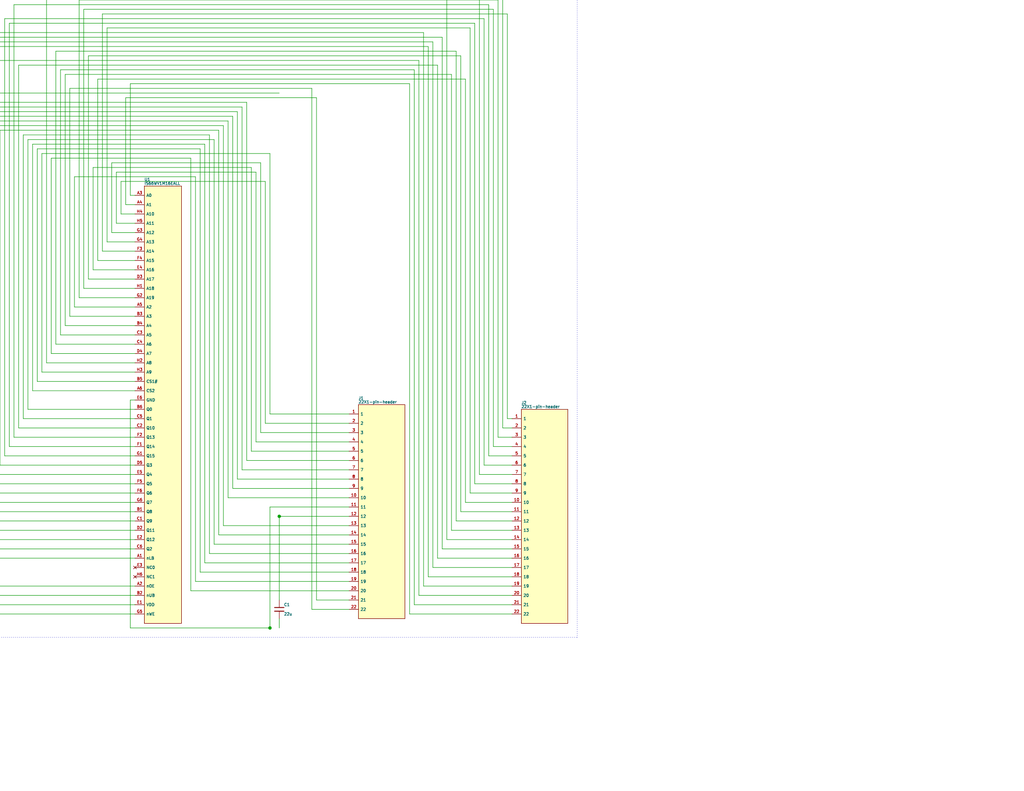
<source format=kicad_sch>
(kicad_sch (version 20230121) (generator jitx)
  (paper "A")
  (lib_symbols
    (symbol "capacitor_sym"
      (property "Reference" "U" (at 1.27 1.27 0.0))
      (property "Value" "capacitor_sym" (at 1.27 -1.27 0.0))
      (symbol "capacitor_sym_1_0"
        (pin unspecified line (at 0.0 2.54 270) (length 0.0) (name "1") (number "~"))
        (pin unspecified line (at 0.0 -2.54 90) (length 0.0) (name "2") (number "~"))
        (polyline (pts (xy 0.0 2.54) (xy 0.0 0.508)) (stroke (width 0.127)))
        (polyline (pts (xy -1.27 0.508) (xy 1.27 0.508)) (stroke (width 0.254)))
        (polyline (pts (xy 0.0 -0.508) (xy 0.0 -2.54)) (stroke (width 0.127)))
        (polyline (pts (xy -1.27 -0.508) (xy 1.27 -0.508)) (stroke (width 0.254)))
      )
    )
    (symbol "box_symbol_46L_0R_0T_0B"
      (property "Reference" "U" (at -5.08 61.052 0.0))
      (property "Value" "box_symbol_46L_0R_0T_0B" (at -5.08 59.99 0.0))
      (symbol "box_symbol_46L_0R_0T_0B_1_0"
        (pin unspecified line (at -7.62 57.15 0) (length 2.54) (name "L0") (number "~"))
        (pin unspecified line (at -7.62 54.61 0) (length 2.54) (name "L1") (number "~"))
        (pin unspecified line (at -7.62 52.07 0) (length 2.54) (name "L2") (number "~"))
        (pin unspecified line (at -7.62 49.53 0) (length 2.54) (name "L3") (number "~"))
        (pin unspecified line (at -7.62 46.99 0) (length 2.54) (name "L4") (number "~"))
        (pin unspecified line (at -7.62 44.45 0) (length 2.54) (name "L5") (number "~"))
        (pin unspecified line (at -7.62 41.91 0) (length 2.54) (name "L6") (number "~"))
        (pin unspecified line (at -7.62 39.37 0) (length 2.54) (name "L7") (number "~"))
        (pin unspecified line (at -7.62 36.83 0) (length 2.54) (name "L8") (number "~"))
        (pin unspecified line (at -7.62 34.29 0) (length 2.54) (name "L9") (number "~"))
        (pin unspecified line (at -7.62 31.75 0) (length 2.54) (name "L10") (number "~"))
        (pin unspecified line (at -7.62 29.21 0) (length 2.54) (name "L11") (number "~"))
        (pin unspecified line (at -7.62 26.67 0) (length 2.54) (name "L12") (number "~"))
        (pin unspecified line (at -7.62 24.13 0) (length 2.54) (name "L13") (number "~"))
        (pin unspecified line (at -7.62 21.59 0) (length 2.54) (name "L14") (number "~"))
        (pin unspecified line (at -7.62 19.05 0) (length 2.54) (name "L15") (number "~"))
        (pin unspecified line (at -7.62 16.51 0) (length 2.54) (name "L16") (number "~"))
        (pin unspecified line (at -7.62 13.97 0) (length 2.54) (name "L17") (number "~"))
        (pin unspecified line (at -7.62 11.43 0) (length 2.54) (name "L18") (number "~"))
        (pin unspecified line (at -7.62 8.89 0) (length 2.54) (name "L19") (number "~"))
        (pin unspecified line (at -7.62 6.35 0) (length 2.54) (name "L20") (number "~"))
        (pin unspecified line (at -7.62 3.81 0) (length 2.54) (name "L21") (number "~"))
        (pin unspecified line (at -7.62 1.27 0) (length 2.54) (name "L22") (number "~"))
        (pin unspecified line (at -7.62 -1.27 0) (length 2.54) (name "L23") (number "~"))
        (pin unspecified line (at -7.62 -3.81 0) (length 2.54) (name "L24") (number "~"))
        (pin unspecified line (at -7.62 -6.35 0) (length 2.54) (name "L25") (number "~"))
        (pin unspecified line (at -7.62 -8.89 0) (length 2.54) (name "L26") (number "~"))
        (pin unspecified line (at -7.62 -11.43 0) (length 2.54) (name "L27") (number "~"))
        (pin unspecified line (at -7.62 -13.97 0) (length 2.54) (name "L28") (number "~"))
        (pin unspecified line (at -7.62 -16.51 0) (length 2.54) (name "L29") (number "~"))
        (pin unspecified line (at -7.62 -19.05 0) (length 2.54) (name "L30") (number "~"))
        (pin unspecified line (at -7.62 -21.59 0) (length 2.54) (name "L31") (number "~"))
        (pin unspecified line (at -7.62 -24.13 0) (length 2.54) (name "L32") (number "~"))
        (pin unspecified line (at -7.62 -26.67 0) (length 2.54) (name "L33") (number "~"))
        (pin unspecified line (at -7.62 -29.21 0) (length 2.54) (name "L34") (number "~"))
        (pin unspecified line (at -7.62 -31.75 0) (length 2.54) (name "L35") (number "~"))
        (pin unspecified line (at -7.62 -34.29 0) (length 2.54) (name "L36") (number "~"))
        (pin unspecified line (at -7.62 -36.83 0) (length 2.54) (name "L37") (number "~"))
        (pin unspecified line (at -7.62 -39.37 0) (length 2.54) (name "L38") (number "~"))
        (pin unspecified line (at -7.62 -41.91 0) (length 2.54) (name "L39") (number "~"))
        (pin unspecified line (at -7.62 -44.45 0) (length 2.54) (name "L40") (number "~"))
        (pin unspecified line (at -7.62 -46.99 0) (length 2.54) (name "L41") (number "~"))
        (pin unspecified line (at -7.62 -49.53 0) (length 2.54) (name "L42") (number "~"))
        (pin unspecified line (at -7.62 -52.07 0) (length 2.54) (name "L43") (number "~"))
        (pin unspecified line (at -7.62 -54.61 0) (length 2.54) (name "L44") (number "~"))
        (pin unspecified line (at -7.62 -57.15 0) (length 2.54) (name "L45") (number "~"))
        (rectangle (start -5.08 -59.69) (end 5.08 59.69) (stroke (width 0.0)) (fill (type background)))
      )
    )
    (symbol "box_symbol_22L_0R_0T_0B"
      (property "Reference" "U" (at -6.35 30.572 0.0))
      (property "Value" "box_symbol_22L_0R_0T_0B" (at -6.35 29.51 0.0))
      (symbol "box_symbol_22L_0R_0T_0B_1_0"
        (pin unspecified line (at -8.89 26.67 0) (length 2.54) (name "L0") (number "~"))
        (pin unspecified line (at -8.89 24.13 0) (length 2.54) (name "L1") (number "~"))
        (pin unspecified line (at -8.89 21.59 0) (length 2.54) (name "L2") (number "~"))
        (pin unspecified line (at -8.89 19.05 0) (length 2.54) (name "L3") (number "~"))
        (pin unspecified line (at -8.89 16.51 0) (length 2.54) (name "L4") (number "~"))
        (pin unspecified line (at -8.89 13.97 0) (length 2.54) (name "L5") (number "~"))
        (pin unspecified line (at -8.89 11.43 0) (length 2.54) (name "L6") (number "~"))
        (pin unspecified line (at -8.89 8.89 0) (length 2.54) (name "L7") (number "~"))
        (pin unspecified line (at -8.89 6.35 0) (length 2.54) (name "L8") (number "~"))
        (pin unspecified line (at -8.89 3.81 0) (length 2.54) (name "L9") (number "~"))
        (pin unspecified line (at -8.89 1.27 0) (length 2.54) (name "L10") (number "~"))
        (pin unspecified line (at -8.89 -1.27 0) (length 2.54) (name "L11") (number "~"))
        (pin unspecified line (at -8.89 -3.81 0) (length 2.54) (name "L12") (number "~"))
        (pin unspecified line (at -8.89 -6.35 0) (length 2.54) (name "L13") (number "~"))
        (pin unspecified line (at -8.89 -8.89 0) (length 2.54) (name "L14") (number "~"))
        (pin unspecified line (at -8.89 -11.43 0) (length 2.54) (name "L15") (number "~"))
        (pin unspecified line (at -8.89 -13.97 0) (length 2.54) (name "L16") (number "~"))
        (pin unspecified line (at -8.89 -16.51 0) (length 2.54) (name "L17") (number "~"))
        (pin unspecified line (at -8.89 -19.05 0) (length 2.54) (name "L18") (number "~"))
        (pin unspecified line (at -8.89 -21.59 0) (length 2.54) (name "L19") (number "~"))
        (pin unspecified line (at -8.89 -24.13 0) (length 2.54) (name "L20") (number "~"))
        (pin unspecified line (at -8.89 -26.67 0) (length 2.54) (name "L21") (number "~"))
        (rectangle (start -6.35 -29.21) (end 6.35 29.21) (stroke (width 0.0)) (fill (type background)))
      )
    )
    (symbol "pin_header"
      (property "Reference" "J" (at -6.35 30.572 0.0))
      (property "Value" "pin_header" (at -6.35 29.51 0.0))
      (symbol "pin_header_1_0"
        (pin unspecified line (at -8.89 26.67 0) (length 2.54) (name "1") (number "1"))
        (pin unspecified line (at -8.89 24.13 0) (length 2.54) (name "2") (number "2"))
        (pin unspecified line (at -8.89 21.59 0) (length 2.54) (name "3") (number "3"))
        (pin unspecified line (at -8.89 19.05 0) (length 2.54) (name "4") (number "4"))
        (pin unspecified line (at -8.89 16.51 0) (length 2.54) (name "5") (number "5"))
        (pin unspecified line (at -8.89 13.97 0) (length 2.54) (name "6") (number "6"))
        (pin unspecified line (at -8.89 11.43 0) (length 2.54) (name "7") (number "7"))
        (pin unspecified line (at -8.89 8.89 0) (length 2.54) (name "8") (number "8"))
        (pin unspecified line (at -8.89 6.35 0) (length 2.54) (name "9") (number "9"))
        (pin unspecified line (at -8.89 3.81 0) (length 2.54) (name "10") (number "10"))
        (pin unspecified line (at -8.89 1.27 0) (length 2.54) (name "11") (number "11"))
        (pin unspecified line (at -8.89 -1.27 0) (length 2.54) (name "12") (number "12"))
        (pin unspecified line (at -8.89 -3.81 0) (length 2.54) (name "13") (number "13"))
        (pin unspecified line (at -8.89 -6.35 0) (length 2.54) (name "14") (number "14"))
        (pin unspecified line (at -8.89 -8.89 0) (length 2.54) (name "15") (number "15"))
        (pin unspecified line (at -8.89 -11.43 0) (length 2.54) (name "16") (number "16"))
        (pin unspecified line (at -8.89 -13.97 0) (length 2.54) (name "17") (number "17"))
        (pin unspecified line (at -8.89 -16.51 0) (length 2.54) (name "18") (number "18"))
        (pin unspecified line (at -8.89 -19.05 0) (length 2.54) (name "19") (number "19"))
        (pin unspecified line (at -8.89 -21.59 0) (length 2.54) (name "20") (number "20"))
        (pin unspecified line (at -8.89 -24.13 0) (length 2.54) (name "21") (number "21"))
        (pin unspecified line (at -8.89 -26.67 0) (length 2.54) (name "22") (number "22"))
        (rectangle (start -6.35 -29.21) (end 6.35 29.21) (stroke (width 0.0)) (fill (type background)))
      )
    )
    (symbol "component"
      (property "Reference" "U" (at -5.08 61.052 0.0))
      (property "Value" "component" (at -5.08 59.99 0.0))
      (symbol "component_1_0"
        (pin unspecified line (at -7.62 57.15 0) (length 2.54) (name "A0") (number "A3"))
        (pin unspecified line (at -7.62 54.61 0) (length 2.54) (name "A1") (number "A4"))
        (pin unspecified line (at -7.62 52.07 0) (length 2.54) (name "A10") (number "H4"))
        (pin unspecified line (at -7.62 49.53 0) (length 2.54) (name "A11") (number "H5"))
        (pin unspecified line (at -7.62 46.99 0) (length 2.54) (name "A12") (number "G3"))
        (pin unspecified line (at -7.62 44.45 0) (length 2.54) (name "A13") (number "G4"))
        (pin unspecified line (at -7.62 41.91 0) (length 2.54) (name "A14") (number "F3"))
        (pin unspecified line (at -7.62 39.37 0) (length 2.54) (name "A15") (number "F4"))
        (pin unspecified line (at -7.62 36.83 0) (length 2.54) (name "A16") (number "E4"))
        (pin unspecified line (at -7.62 34.29 0) (length 2.54) (name "A17") (number "D3"))
        (pin unspecified line (at -7.62 31.75 0) (length 2.54) (name "A18") (number "H1"))
        (pin unspecified line (at -7.62 29.21 0) (length 2.54) (name "A19") (number "G2"))
        (pin unspecified line (at -7.62 26.67 0) (length 2.54) (name "A2") (number "A5"))
        (pin unspecified line (at -7.62 24.13 0) (length 2.54) (name "A3") (number "B3"))
        (pin unspecified line (at -7.62 21.59 0) (length 2.54) (name "A4") (number "B4"))
        (pin unspecified line (at -7.62 19.05 0) (length 2.54) (name "A5") (number "C3"))
        (pin unspecified line (at -7.62 16.51 0) (length 2.54) (name "A6") (number "C4"))
        (pin unspecified line (at -7.62 13.97 0) (length 2.54) (name "A7") (number "D4"))
        (pin unspecified line (at -7.62 11.43 0) (length 2.54) (name "A8") (number "H2"))
        (pin unspecified line (at -7.62 8.89 0) (length 2.54) (name "A9") (number "H3"))
        (pin unspecified line (at -7.62 6.35 0) (length 2.54) (name "CS1#") (number "B5"))
        (pin unspecified line (at -7.62 3.81 0) (length 2.54) (name "CS2") (number "A6"))
        (pin unspecified line (at -7.62 1.27 0) (length 2.54) (name "GND") (number "E6"))
        (pin unspecified line (at -7.62 1.27 0) (length 0.0) (name "GND") (number "D1"))
        (pin unspecified line (at -7.62 -1.27 0) (length 2.54) (name "Q0") (number "B6"))
        (pin unspecified line (at -7.62 -3.81 0) (length 2.54) (name "Q1") (number "C5"))
        (pin unspecified line (at -7.62 -6.35 0) (length 2.54) (name "Q10") (number "C2"))
        (pin unspecified line (at -7.62 -8.89 0) (length 2.54) (name "Q13") (number "F2"))
        (pin unspecified line (at -7.62 -11.43 0) (length 2.54) (name "Q14") (number "F1"))
        (pin unspecified line (at -7.62 -13.97 0) (length 2.54) (name "Q15") (number "G1"))
        (pin unspecified line (at -7.62 -16.51 0) (length 2.54) (name "Q3") (number "D5"))
        (pin unspecified line (at -7.62 -19.05 0) (length 2.54) (name "Q4") (number "E5"))
        (pin unspecified line (at -7.62 -21.59 0) (length 2.54) (name "Q5") (number "F5"))
        (pin unspecified line (at -7.62 -24.13 0) (length 2.54) (name "Q6") (number "F6"))
        (pin unspecified line (at -7.62 -26.67 0) (length 2.54) (name "Q7") (number "G6"))
        (pin unspecified line (at -7.62 -29.21 0) (length 2.54) (name "Q8") (number "B1"))
        (pin unspecified line (at -7.62 -31.75 0) (length 2.54) (name "Q9") (number "C1"))
        (pin unspecified line (at -7.62 -34.29 0) (length 2.54) (name "Q11") (number "D2"))
        (pin unspecified line (at -7.62 -36.83 0) (length 2.54) (name "Q12") (number "E2"))
        (pin unspecified line (at -7.62 -39.37 0) (length 2.54) (name "Q2") (number "C6"))
        (pin unspecified line (at -7.62 -41.91 0) (length 2.54) (name "nLB") (number "A1"))
        (pin no_connect line (at -7.62 -44.45 0) (length 2.54) (name "NC0") (number "E3"))
        (pin no_connect line (at -7.62 -46.99 0) (length 2.54) (name "NC1") (number "H6"))
        (pin unspecified line (at -7.62 -49.53 0) (length 2.54) (name "nOE") (number "A2"))
        (pin unspecified line (at -7.62 -52.07 0) (length 2.54) (name "nUB") (number "B2"))
        (pin unspecified line (at -7.62 -54.61 0) (length 2.54) (name "VDD") (number "E1"))
        (pin unspecified line (at -7.62 -54.61 0) (length 0.0) (name "VDD") (number "D6"))
        (pin unspecified line (at -7.62 -57.15 0) (length 2.54) (name "nWE") (number "G5"))
        (rectangle (start -5.08 -59.69) (end 5.08 59.69) (stroke (width 0.0)) (fill (type background)))
      )
    )
    (symbol "my_capacitor"
      (property "Reference" "C" (at 1.27 1.27 0.0))
      (property "Value" "my_capacitor" (at 1.27 -1.27 0.0))
      (symbol "my_capacitor_1_0"
        (pin unspecified line (at 0.0 2.54 270) (length 0.0) (name "1") (number "1"))
        (pin unspecified line (at 0.0 -2.54 90) (length 0.0) (name "2") (number "2"))
        (polyline (pts (xy 0.0 2.54) (xy 0.0 0.508)) (stroke (width 0.127)))
        (polyline (pts (xy -1.27 0.508) (xy 1.27 0.508)) (stroke (width 0.254)))
        (polyline (pts (xy 0.0 -0.508) (xy 0.0 -2.54)) (stroke (width 0.127)))
        (polyline (pts (xy -1.27 -0.508) (xy 1.27 -0.508)) (stroke (width 0.254)))
      )
    )
  )
  (wire (pts (xy 63.5 133.35) (xy 95.25 133.35)) (stroke (width 0.127)))
  (wire (pts (xy -2.54 134.62) (xy 36.83 134.62)) (stroke (width 0.127)))
  (wire (pts (xy -2.54 31.75) (xy 63.5 31.75)) (stroke (width 0.127)))
  (wire (pts (xy 63.5 133.35) (xy 63.5 31.75)) (stroke (width 0.127)))
  (wire (pts (xy -2.54 134.62) (xy -2.54 31.75)) (stroke (width 0.127)))
  (wire (pts (xy 64.77 130.81) (xy 95.25 130.81)) (stroke (width 0.127)))
  (wire (pts (xy -3.81 132.08) (xy 36.83 132.08)) (stroke (width 0.127)))
  (wire (pts (xy -3.81 30.48) (xy 64.77 30.48)) (stroke (width 0.127)))
  (wire (pts (xy 64.77 130.81) (xy 64.77 30.48)) (stroke (width 0.127)))
  (wire (pts (xy -3.81 132.08) (xy -3.81 30.48)) (stroke (width 0.127)))
  (wire (pts (xy 8.89 106.68) (xy 36.83 106.68)) (stroke (width 0.127)))
  (wire (pts (xy 55.88 153.67) (xy 95.25 153.67)) (stroke (width 0.127)))
  (wire (pts (xy 8.89 39.37) (xy 55.88 39.37)) (stroke (width 0.127)))
  (wire (pts (xy 55.88 153.67) (xy 55.88 39.37)) (stroke (width 0.127)))
  (wire (pts (xy 8.89 106.68) (xy 8.89 39.37)) (stroke (width 0.127)))
  (wire (pts (xy 1.27 124.46) (xy 36.83 124.46)) (stroke (width 0.127)))
  (wire (pts (xy 132.08 127.0) (xy 139.7 127.0)) (stroke (width 0.127)))
  (wire (pts (xy 1.27 5.08) (xy 132.08 5.08)) (stroke (width 0.127)))
  (wire (pts (xy 132.08 127.0) (xy 132.08 5.08)) (stroke (width 0.127)))
  (wire (pts (xy 1.27 124.46) (xy 1.27 5.08)) (stroke (width 0.127)))
  (wire (pts (xy 72.39 115.57) (xy 95.25 115.57)) (stroke (width 0.127)))
  (wire (pts (xy 33.02 49.53) (xy 72.39 49.53)) (stroke (width 0.127)))
  (wire (pts (xy 33.02 58.42) (xy 36.83 58.42)) (stroke (width 0.127)))
  (wire (pts (xy 72.39 115.57) (xy 72.39 49.53)) (stroke (width 0.127)))
  (wire (pts (xy 33.02 58.42) (xy 33.02 49.53)) (stroke (width 0.127)))
  (wire (pts (xy 86.36 163.83) (xy 95.25 163.83)) (stroke (width 0.127)))
  (wire (pts (xy 34.29 26.67) (xy 86.36 26.67)) (stroke (width 0.127)))
  (wire (pts (xy 34.29 55.88) (xy 36.83 55.88)) (stroke (width 0.127)))
  (wire (pts (xy 86.36 163.83) (xy 86.36 26.67)) (stroke (width 0.127)))
  (wire (pts (xy 34.29 55.88) (xy 34.29 26.67)) (stroke (width 0.127)))
  (wire (pts (xy 76.2 140.97) (xy 95.25 140.97)) (stroke (width 0.127)))
  (wire (pts (xy -15.24 165.1) (xy 36.83 165.1)) (stroke (width 0.127)))
  (wire (pts (xy -15.24 25.4) (xy 76.2 25.4)) (stroke (width 0.127)))
  (wire (pts (xy 76.2 163.83) (xy 76.2 25.4)) (stroke (width 0.127)))
  (wire (pts (xy -15.24 165.1) (xy -15.24 25.4)) (stroke (width 0.127)))
  (wire (pts (xy 125.73 139.7) (xy 139.7 139.7)) (stroke (width 0.127)))
  (wire (pts (xy 24.13 15.24) (xy 125.73 15.24)) (stroke (width 0.127)))
  (wire (pts (xy 24.13 76.2) (xy 36.83 76.2)) (stroke (width 0.127)))
  (wire (pts (xy 125.73 139.7) (xy 125.73 15.24)) (stroke (width 0.127)))
  (wire (pts (xy 24.13 76.2) (xy 24.13 15.24)) (stroke (width 0.127)))
  (wire (pts (xy 138.43 114.3) (xy 139.7 114.3)) (stroke (width 0.127)))
  (wire (pts (xy 27.94 3.81) (xy 138.43 3.81)) (stroke (width 0.127)))
  (wire (pts (xy 27.94 68.58) (xy 36.83 68.58)) (stroke (width 0.127)))
  (wire (pts (xy 138.43 114.3) (xy 138.43 3.81)) (stroke (width 0.127)))
  (wire (pts (xy 27.94 68.58) (xy 27.94 3.81)) (stroke (width 0.127)))
  (wire (pts (xy 53.34 158.75) (xy 95.25 158.75)) (stroke (width 0.127)))
  (wire (pts (xy 20.32 48.26) (xy 53.34 48.26)) (stroke (width 0.127)))
  (wire (pts (xy 20.32 83.82) (xy 36.83 83.82)) (stroke (width 0.127)))
  (wire (pts (xy 53.34 158.75) (xy 53.34 48.26)) (stroke (width 0.127)))
  (wire (pts (xy 20.32 83.82) (xy 20.32 48.26)) (stroke (width 0.127)))
  (wire (pts (xy 134.62 121.92) (xy 139.7 121.92)) (stroke (width 0.127)))
  (wire (pts (xy 22.86 2.54) (xy 134.62 2.54)) (stroke (width 0.127)))
  (wire (pts (xy 22.86 78.74) (xy 36.83 78.74)) (stroke (width 0.127)))
  (wire (pts (xy 134.62 121.92) (xy 134.62 2.54)) (stroke (width 0.127)))
  (wire (pts (xy 22.86 78.74) (xy 22.86 2.54)) (stroke (width 0.127)))
  (wire (pts (xy 66.04 128.27) (xy 95.25 128.27)) (stroke (width 0.127)))
  (wire (pts (xy -5.08 137.16) (xy 36.83 137.16)) (stroke (width 0.127)))
  (wire (pts (xy -5.08 29.21) (xy 66.04 29.21)) (stroke (width 0.127)))
  (wire (pts (xy 66.04 128.27) (xy 66.04 29.21)) (stroke (width 0.127)))
  (wire (pts (xy -5.08 137.16) (xy -5.08 29.21)) (stroke (width 0.127)))
  (wire (pts (xy 35.56 109.22) (xy 36.83 109.22)) (stroke (width 0.127)))
  (wire (pts (xy 73.66 138.43) (xy 95.25 138.43)) (stroke (width 0.127)))
  (wire (pts (xy 35.56 171.45) (xy 76.2 171.45)) (stroke (width 0.127)))
  (wire (pts (xy 76.2 171.45) (xy 76.2 168.91)) (stroke (width 0.127)))
  (wire (pts (xy 73.66 171.45) (xy 73.66 138.43)) (stroke (width 0.127)))
  (wire (pts (xy 35.56 171.45) (xy 35.56 109.22)) (stroke (width 0.127)))
  (wire (pts (xy 16.51 91.44) (xy 36.83 91.44)) (stroke (width 0.127)))
  (wire (pts (xy 113.03 165.1) (xy 139.7 165.1)) (stroke (width 0.127)))
  (wire (pts (xy 16.51 19.05) (xy 113.03 19.05)) (stroke (width 0.127)))
  (wire (pts (xy 113.03 165.1) (xy 113.03 19.05)) (stroke (width 0.127)))
  (wire (pts (xy 16.51 91.44) (xy 16.51 19.05)) (stroke (width 0.127)))
  (wire (pts (xy 115.57 160.02) (xy 139.7 160.02)) (stroke (width 0.127)))
  (wire (pts (xy -16.51 162.56) (xy 36.83 162.56)) (stroke (width 0.127)))
  (wire (pts (xy -16.51 8.89) (xy 115.57 8.89)) (stroke (width 0.127)))
  (wire (pts (xy 115.57 160.02) (xy 115.57 8.89)) (stroke (width 0.127)))
  (wire (pts (xy -16.51 162.56) (xy -16.51 8.89)) (stroke (width 0.127)))
  (wire (pts (xy 17.78 88.9) (xy 36.83 88.9)) (stroke (width 0.127)))
  (wire (pts (xy 123.19 144.78) (xy 139.7 144.78)) (stroke (width 0.127)))
  (wire (pts (xy 17.78 20.32) (xy 123.19 20.32)) (stroke (width 0.127)))
  (wire (pts (xy 123.19 144.78) (xy 123.19 20.32)) (stroke (width 0.127)))
  (wire (pts (xy 17.78 88.9) (xy 17.78 20.32)) (stroke (width 0.127)))
  (wire (pts (xy -6.35 139.7) (xy 36.83 139.7)) (stroke (width 0.127)))
  (wire (pts (xy 118.11 154.94) (xy 139.7 154.94)) (stroke (width 0.127)))
  (wire (pts (xy -6.35 11.43) (xy 118.11 11.43)) (stroke (width 0.127)))
  (wire (pts (xy 118.11 154.94) (xy 118.11 11.43)) (stroke (width 0.127)))
  (wire (pts (xy -6.35 139.7) (xy -6.35 11.43)) (stroke (width 0.127)))
  (wire (pts (xy 11.43 101.6) (xy 36.83 101.6)) (stroke (width 0.127)))
  (wire (pts (xy 73.66 113.03) (xy 95.25 113.03)) (stroke (width 0.127)))
  (wire (pts (xy 11.43 41.91) (xy 73.66 41.91)) (stroke (width 0.127)))
  (wire (pts (xy 73.66 113.03) (xy 73.66 41.91)) (stroke (width 0.127)))
  (wire (pts (xy 11.43 101.6) (xy 11.43 41.91)) (stroke (width 0.127)))
  (wire (pts (xy 130.81 129.54) (xy 139.7 129.54)) (stroke (width 0.127)))
  (wire (pts (xy -10.16 147.32) (xy 36.83 147.32)) (stroke (width 0.127)))
  (wire (pts (xy -10.16 -3.81) (xy 130.81 -3.81)) (stroke (width 0.127)))
  (wire (pts (xy 130.81 129.54) (xy 130.81 -3.81)) (stroke (width 0.127)))
  (wire (pts (xy -10.16 147.32) (xy -10.16 -3.81)) (stroke (width 0.127)))
  (wire (pts (xy 69.85 120.65) (xy 95.25 120.65)) (stroke (width 0.127)))
  (wire (pts (xy 31.75 46.99) (xy 69.85 46.99)) (stroke (width 0.127)))
  (wire (pts (xy 31.75 60.96) (xy 36.83 60.96)) (stroke (width 0.127)))
  (wire (pts (xy 69.85 120.65) (xy 69.85 46.99)) (stroke (width 0.127)))
  (wire (pts (xy 31.75 60.96) (xy 31.75 46.99)) (stroke (width 0.127)))
  (wire (pts (xy 135.89 119.38) (xy 139.7 119.38)) (stroke (width 0.127)))
  (wire (pts (xy 21.59 0.0) (xy 135.89 0.0)) (stroke (width 0.127)))
  (wire (pts (xy 21.59 81.28) (xy 36.83 81.28)) (stroke (width 0.127)))
  (wire (pts (xy 135.89 119.38) (xy 135.89 0.0)) (stroke (width 0.127)))
  (wire (pts (xy 21.59 81.28) (xy 21.59 0.0)) (stroke (width 0.127)))
  (wire (pts (xy 68.58 123.19) (xy 95.25 123.19)) (stroke (width 0.127)))
  (wire (pts (xy 25.4 45.72) (xy 68.58 45.72)) (stroke (width 0.127)))
  (wire (pts (xy 25.4 73.66) (xy 36.83 73.66)) (stroke (width 0.127)))
  (wire (pts (xy 68.58 123.19) (xy 68.58 45.72)) (stroke (width 0.127)))
  (wire (pts (xy 25.4 73.66) (xy 25.4 45.72)) (stroke (width 0.127)))
  (wire (pts (xy 6.35 114.3) (xy 36.83 114.3)) (stroke (width 0.127)))
  (wire (pts (xy 57.15 151.13) (xy 95.25 151.13)) (stroke (width 0.127)))
  (wire (pts (xy 6.35 36.83) (xy 57.15 36.83)) (stroke (width 0.127)))
  (wire (pts (xy 57.15 151.13) (xy 57.15 36.83)) (stroke (width 0.127)))
  (wire (pts (xy 6.35 114.3) (xy 6.35 36.83)) (stroke (width 0.127)))
  (wire (pts (xy 67.31 125.73) (xy 95.25 125.73)) (stroke (width 0.127)))
  (wire (pts (xy -17.78 167.64) (xy 36.83 167.64)) (stroke (width 0.127)))
  (wire (pts (xy -17.78 27.94) (xy 67.31 27.94)) (stroke (width 0.127)))
  (wire (pts (xy 67.31 125.73) (xy 67.31 27.94)) (stroke (width 0.127)))
  (wire (pts (xy -17.78 167.64) (xy -17.78 27.94)) (stroke (width 0.127)))
  (wire (pts (xy 71.12 118.11) (xy 95.25 118.11)) (stroke (width 0.127)))
  (wire (pts (xy 30.48 44.45) (xy 71.12 44.45)) (stroke (width 0.127)))
  (wire (pts (xy 30.48 63.5) (xy 36.83 63.5)) (stroke (width 0.127)))
  (wire (pts (xy 71.12 118.11) (xy 71.12 44.45)) (stroke (width 0.127)))
  (wire (pts (xy 30.48 63.5) (xy 30.48 44.45)) (stroke (width 0.127)))
  (wire (pts (xy 19.05 86.36) (xy 36.83 86.36)) (stroke (width 0.127)))
  (wire (pts (xy 85.09 166.37) (xy 95.25 166.37)) (stroke (width 0.127)))
  (wire (pts (xy 19.05 24.13) (xy 85.09 24.13)) (stroke (width 0.127)))
  (wire (pts (xy 85.09 166.37) (xy 85.09 24.13)) (stroke (width 0.127)))
  (wire (pts (xy 19.05 86.36) (xy 19.05 24.13)) (stroke (width 0.127)))
  (wire (pts (xy 3.81 119.38) (xy 36.83 119.38)) (stroke (width 0.127)))
  (wire (pts (xy 133.35 124.46) (xy 139.7 124.46)) (stroke (width 0.127)))
  (wire (pts (xy 3.81 1.27) (xy 133.35 1.27)) (stroke (width 0.127)))
  (wire (pts (xy 133.35 124.46) (xy 133.35 1.27)) (stroke (width 0.127)))
  (wire (pts (xy 3.81 119.38) (xy 3.81 1.27)) (stroke (width 0.127)))
  (wire (pts (xy 13.97 96.52) (xy 36.83 96.52)) (stroke (width 0.127)))
  (wire (pts (xy 52.07 161.29) (xy 95.25 161.29)) (stroke (width 0.127)))
  (wire (pts (xy 13.97 43.18) (xy 52.07 43.18)) (stroke (width 0.127)))
  (wire (pts (xy 52.07 161.29) (xy 52.07 43.18)) (stroke (width 0.127)))
  (wire (pts (xy 13.97 96.52) (xy 13.97 43.18)) (stroke (width 0.127)))
  (wire (pts (xy 60.96 143.51) (xy 95.25 143.51)) (stroke (width 0.127)))
  (wire (pts (xy -11.43 149.86) (xy 36.83 149.86)) (stroke (width 0.127)))
  (wire (pts (xy -11.43 34.29) (xy 60.96 34.29)) (stroke (width 0.127)))
  (wire (pts (xy 60.96 143.51) (xy 60.96 34.29)) (stroke (width 0.127)))
  (wire (pts (xy -11.43 149.86) (xy -11.43 34.29)) (stroke (width 0.127)))
  (wire (pts (xy 2.54 121.92) (xy 36.83 121.92)) (stroke (width 0.127)))
  (wire (pts (xy 129.54 132.08) (xy 139.7 132.08)) (stroke (width 0.127)))
  (wire (pts (xy 2.54 6.35) (xy 129.54 6.35)) (stroke (width 0.127)))
  (wire (pts (xy 129.54 132.08) (xy 129.54 6.35)) (stroke (width 0.127)))
  (wire (pts (xy 2.54 121.92) (xy 2.54 6.35)) (stroke (width 0.127)))
  (wire (pts (xy -12.7 152.4) (xy 36.83 152.4)) (stroke (width 0.127)))
  (wire (pts (xy 116.84 157.48) (xy 139.7 157.48)) (stroke (width 0.127)))
  (wire (pts (xy -12.7 12.7) (xy 116.84 12.7)) (stroke (width 0.127)))
  (wire (pts (xy 116.84 157.48) (xy 116.84 12.7)) (stroke (width 0.127)))
  (wire (pts (xy -12.7 152.4) (xy -12.7 12.7)) (stroke (width 0.127)))
  (wire (pts (xy 0.0 127.0) (xy 36.83 127.0)) (stroke (width 0.127)))
  (wire (pts (xy 59.69 146.05) (xy 95.25 146.05)) (stroke (width 0.127)))
  (wire (pts (xy 0.0 35.56) (xy 59.69 35.56)) (stroke (width 0.127)))
  (wire (pts (xy 59.69 146.05) (xy 59.69 35.56)) (stroke (width 0.127)))
  (wire (pts (xy 0.0 127.0) (xy 0.0 35.56)) (stroke (width 0.127)))
  (wire (pts (xy -7.62 142.24) (xy 36.83 142.24)) (stroke (width 0.127)))
  (wire (pts (xy 120.65 149.86) (xy 139.7 149.86)) (stroke (width 0.127)))
  (wire (pts (xy -7.62 10.16) (xy 120.65 10.16)) (stroke (width 0.127)))
  (wire (pts (xy 120.65 149.86) (xy 120.65 10.16)) (stroke (width 0.127)))
  (wire (pts (xy -7.62 142.24) (xy -7.62 10.16)) (stroke (width 0.127)))
  (wire (pts (xy 7.62 111.76) (xy 36.83 111.76)) (stroke (width 0.127)))
  (wire (pts (xy 58.42 148.59) (xy 95.25 148.59)) (stroke (width 0.127)))
  (wire (pts (xy 7.62 38.1) (xy 58.42 38.1)) (stroke (width 0.127)))
  (wire (pts (xy 58.42 148.59) (xy 58.42 38.1)) (stroke (width 0.127)))
  (wire (pts (xy 7.62 111.76) (xy 7.62 38.1)) (stroke (width 0.127)))
  (wire (pts (xy 111.76 167.64) (xy 139.7 167.64)) (stroke (width 0.127)))
  (wire (pts (xy 35.56 22.86) (xy 111.76 22.86)) (stroke (width 0.127)))
  (wire (pts (xy 35.56 53.34) (xy 36.83 53.34)) (stroke (width 0.127)))
  (wire (pts (xy 111.76 167.64) (xy 111.76 22.86)) (stroke (width 0.127)))
  (wire (pts (xy 35.56 53.34) (xy 35.56 22.86)) (stroke (width 0.127)))
  (wire (pts (xy 15.24 93.98) (xy 36.83 93.98)) (stroke (width 0.127)))
  (wire (pts (xy 124.46 142.24) (xy 139.7 142.24)) (stroke (width 0.127)))
  (wire (pts (xy 15.24 13.97) (xy 124.46 13.97)) (stroke (width 0.127)))
  (wire (pts (xy 124.46 142.24) (xy 124.46 13.97)) (stroke (width 0.127)))
  (wire (pts (xy 15.24 93.98) (xy 15.24 13.97)) (stroke (width 0.127)))
  (wire (pts (xy 12.7 99.06) (xy 36.83 99.06)) (stroke (width 0.127)))
  (wire (pts (xy 137.16 116.84) (xy 139.7 116.84)) (stroke (width 0.127)))
  (wire (pts (xy 12.7 -1.27) (xy 137.16 -1.27)) (stroke (width 0.127)))
  (wire (pts (xy 137.16 116.84) (xy 137.16 -1.27)) (stroke (width 0.127)))
  (wire (pts (xy 12.7 99.06) (xy 12.7 -1.27)) (stroke (width 0.127)))
  (wire (pts (xy 127.0 137.16) (xy 139.7 137.16)) (stroke (width 0.127)))
  (wire (pts (xy 26.67 21.59) (xy 127.0 21.59)) (stroke (width 0.127)))
  (wire (pts (xy 26.67 71.12) (xy 36.83 71.12)) (stroke (width 0.127)))
  (wire (pts (xy 127.0 137.16) (xy 127.0 21.59)) (stroke (width 0.127)))
  (wire (pts (xy 26.67 71.12) (xy 26.67 21.59)) (stroke (width 0.127)))
  (wire (pts (xy -13.97 160.02) (xy 36.83 160.02)) (stroke (width 0.127)))
  (wire (pts (xy 114.3 162.56) (xy 139.7 162.56)) (stroke (width 0.127)))
  (wire (pts (xy -13.97 16.51) (xy 114.3 16.51)) (stroke (width 0.127)))
  (wire (pts (xy 114.3 162.56) (xy 114.3 16.51)) (stroke (width 0.127)))
  (wire (pts (xy -13.97 160.02) (xy -13.97 16.51)) (stroke (width 0.127)))
  (wire (pts (xy 5.08 116.84) (xy 36.83 116.84)) (stroke (width 0.127)))
  (wire (pts (xy 119.38 152.4) (xy 139.7 152.4)) (stroke (width 0.127)))
  (wire (pts (xy 5.08 17.78) (xy 119.38 17.78)) (stroke (width 0.127)))
  (wire (pts (xy 119.38 152.4) (xy 119.38 17.78)) (stroke (width 0.127)))
  (wire (pts (xy 5.08 116.84) (xy 5.08 17.78)) (stroke (width 0.127)))
  (wire (pts (xy 128.27 134.62) (xy 139.7 134.62)) (stroke (width 0.127)))
  (wire (pts (xy 29.21 7.62) (xy 128.27 7.62)) (stroke (width 0.127)))
  (wire (pts (xy 29.21 66.04) (xy 36.83 66.04)) (stroke (width 0.127)))
  (wire (pts (xy 128.27 134.62) (xy 128.27 7.62)) (stroke (width 0.127)))
  (wire (pts (xy 29.21 66.04) (xy 29.21 7.62)) (stroke (width 0.127)))
  (wire (pts (xy -1.27 129.54) (xy 36.83 129.54)) (stroke (width 0.127)))
  (wire (pts (xy 62.23 135.89) (xy 95.25 135.89)) (stroke (width 0.127)))
  (wire (pts (xy -1.27 33.02) (xy 62.23 33.02)) (stroke (width 0.127)))
  (wire (pts (xy 62.23 135.89) (xy 62.23 33.02)) (stroke (width 0.127)))
  (wire (pts (xy -1.27 129.54) (xy -1.27 33.02)) (stroke (width 0.127)))
  (wire (pts (xy 10.16 104.14) (xy 36.83 104.14)) (stroke (width 0.127)))
  (wire (pts (xy 54.61 156.21) (xy 95.25 156.21)) (stroke (width 0.127)))
  (wire (pts (xy 10.16 40.64) (xy 54.61 40.64)) (stroke (width 0.127)))
  (wire (pts (xy 54.61 156.21) (xy 54.61 40.64)) (stroke (width 0.127)))
  (wire (pts (xy 10.16 104.14) (xy 10.16 40.64)) (stroke (width 0.127)))
  (wire (pts (xy -8.89 144.78) (xy 36.83 144.78)) (stroke (width 0.127)))
  (wire (pts (xy 121.92 147.32) (xy 139.7 147.32)) (stroke (width 0.127)))
  (wire (pts (xy -8.89 -2.54) (xy 121.92 -2.54)) (stroke (width 0.127)))
  (wire (pts (xy 121.92 147.32) (xy 121.92 -2.54)) (stroke (width 0.127)))
  (wire (pts (xy -8.89 144.78) (xy -8.89 -2.54)) (stroke (width 0.127)))
  (polyline (pts (xy -20.32 -6.35) (xy 157.48 -6.35)) (stroke (width 0.127) (type dot)))
  (polyline (pts (xy -20.32 173.99) (xy 157.48 173.99)) (stroke (width 0.127) (type dot)))
  (polyline (pts (xy -20.32 173.99) (xy -20.32 -6.35)) (stroke (width 0.127) (type dot)))
  (polyline (pts (xy 157.48 173.99) (xy 157.48 -6.35)) (stroke (width 0.127) (type dot)))
  (junction (at 76.2 140.97) (diameter 0.762))
  (junction (at 73.66 171.45) (diameter 0.762))
  (symbol (lib_id "pin_header") (at 148.59 140.97 0.0) (unit 1)
    (property "Reference" "J2" (at 142.24 110.398 0.0) (effects (font (size 0.762 0.762)) (justify left bottom)))
    (property "Value" "22X1-pin-header" (at 142.24 111.46 0.0) (effects (font (size 0.762 0.762)) (justify left bottom)))
    (property "Footprint" "jitx-design:PIN_GRID" (effects hide))
    (property "Name" "bottom-header" (effects hide))
    (property "Description" "Generic pin-header" (effects hide))
    (property "MPN" "22X1-pin-header" (effects hide))
    (property "Reference-prefix" "J" (effects hide))
  )
  (symbol (lib_id "pin_header") (at 104.14 139.7 0.0) (unit 1)
    (property "Reference" "J1" (at 97.79 109.128 0.0) (effects (font (size 0.762 0.762)) (justify left bottom)))
    (property "Value" "22X1-pin-header" (at 97.79 110.19 0.0) (effects (font (size 0.762 0.762)) (justify left bottom)))
    (property "Footprint" "jitx-design:PIN_GRID" (effects hide))
    (property "Name" "top-header" (effects hide))
    (property "Description" "Generic pin-header" (effects hide))
    (property "MPN" "22X1-pin-header" (effects hide))
    (property "Reference-prefix" "J" (effects hide))
  )
  (symbol (lib_id "my_capacitor") (at 76.2 166.37 0.0) (unit 1)
    (property "Reference" "C1" (at 77.47 165.1 0.0) (effects (font (size 0.762 0.762)) (justify left)))
    (property "Value" "22u" (at 77.47 167.64 0.0) (effects (font (size 0.762 0.762)) (justify left)))
    (property "Footprint" "jitx-design:Pkg0603" (effects hide))
    (property "Datasheet" "https://search.murata.co.jp/Ceramy/image/img/A01X/G101/ENG/GRM187R61A226ME15-01.pdf" (effects hide))
    (property "Name" "cap" (effects hide))
    (property "Manufacturer" "Murata" (effects hide))
    (property "MPN" "GRM187R61A226ME15D" (effects hide))
    (property "Reference-prefix" "C" (effects hide))
  )
  (symbol (lib_id "component") (at 44.45 110.49 0.0) (unit 1)
    (property "Reference" "U1" (at 39.37 49.438 0.0) (effects (font (size 0.762 0.762)) (justify left bottom)))
    (property "Value" "IS66WV1M16EALL" (at 39.37 50.5 0.0) (effects (font (size 0.762 0.762)) (justify left bottom)))
    (property "Footprint" "jitx-design:LP_MY_COMPONENT" (effects hide))
    (property "Name" "flash" (effects hide))
    (property "Manufacturer" "ISSI" (effects hide))
    (property "MPN" "IS66WV1M16EALL" (effects hide))
  )
)
</source>
